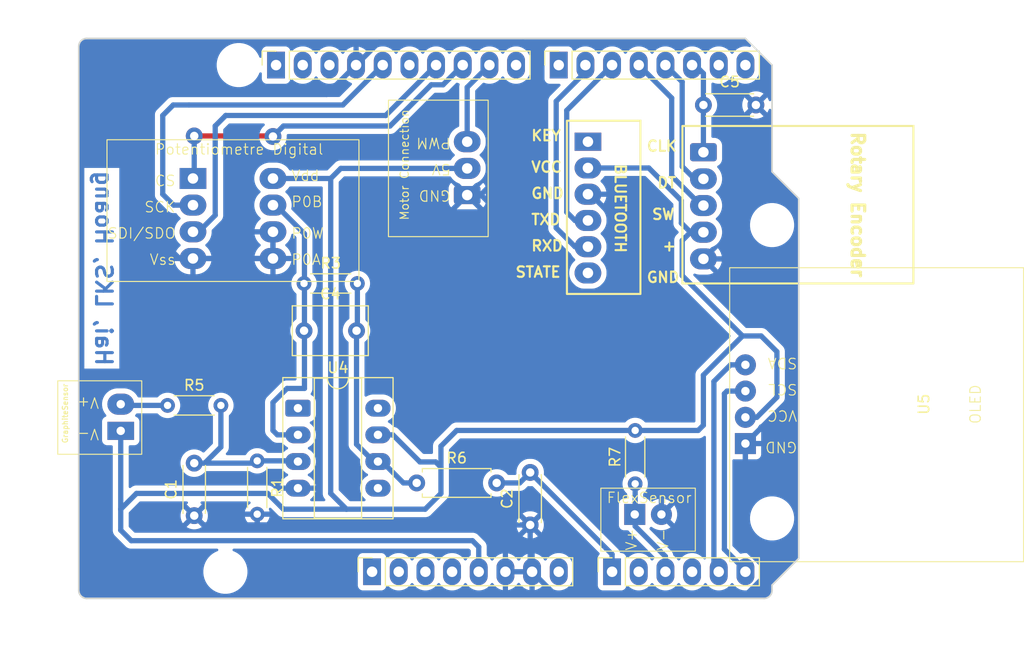
<source format=kicad_pcb>
(kicad_pcb (version 20241229) (generator "pcbnew") (generator_version "9.0")
  (title_block (date "mar. 31 mars 2015"))
  (layers (0 "F.Cu" signal) (2 "B.Cu" signal) (13 "F.Paste" user) (15 "B.Paste" user) (5 "F.SilkS" user "F.Silkscreen") (7 "B.SilkS" user "B.Silkscreen") (1 "F.Mask" user) (3 "B.Mask" user) (25 "Edge.Cuts" user))
  (net 0 "")
  (net 1 "GND")
  (net 3 "+5V")
  (net 4 "/IOREF")
  (net 5 "Net-(U4-+IN)")
  (net 6 "/A1")
  (net 7 "A0")
  (net 8 "Net-(U4--IN)")
  (net 9 "11")
  (net 10 "A5")
  (net 11 "/AREF")
  (net 12 "12")
  (net 13 "13")
  (net 14 "10")
  (net 15 "A4")
  (net 16 "8")
  (net 17 "9")
  (net 18 "/A3")
  (net 19 "7")
  (net 20 "/TX{slash}1")
  (net 21 "3")
  (net 22 "/RX{slash}0")
  (net 23 "+3V3")
  (net 24 "VCC")
  (net 25 "/~{RESET}")
  (net 26 "6")
  (net 27 "4")
  (net 28 "5")
  (net 29 "Net-(U3--)")
  (net 30 "Net-(U4-OUT)")
  (net 36 "A2")
  (net 37 "2")
  (footprint "Connector_PinSocket_2.54mm:PinSocket_1x08_P2.54mm_Vertical" (layer "F.Cu") (at 127.94 97.46 90)
    (property "Reference" "J1" (hide yes))
    (property "Value" "Power")
    (fp_line (start 1.33 -1.33) (end 1.33 0) (stroke (width 0.12)) (layer "F.SilkS"))
    (fp_line (start 0 -1.33) (end 1.33 -1.33) (stroke (width 0.12)) (layer "F.SilkS"))
    (fp_line (start 1.33 1.27) (end 1.33 19.11) (stroke (width 0.12)) (layer "F.SilkS"))
    (fp_line (start -1.33 1.27) (end 1.33 1.27) (stroke (width 0.12)) (layer "F.SilkS"))
    (fp_line (start -1.33 1.27) (end -1.33 19.11) (stroke (width 0.12)) (layer "F.SilkS"))
    (fp_line (start -1.33 19.11) (end 1.33 19.11) (stroke (width 0.12)) (layer "F.SilkS"))
    (pad "1" thru_hole rect (at 0 0 90) (size 2.54 1.7) (drill 1) (layers "*.Cu" "*.Mask"))
    (pad "2" thru_hole oval (at 0 2.54 90) (size 2.54 1.7) (drill 1) (layers "*.Cu" "*.Mask") (net 4 "/IOREF"))
    (pad "3" thru_hole oval (at 0 5.08 90) (size 2.54 1.7) (drill 1) (layers "*.Cu" "*.Mask") (net 25 "/~{RESET}"))
    (pad "4" thru_hole oval (at 0 7.62 90) (size 2.54 1.7) (drill 1) (layers "*.Cu" "*.Mask") (net 23 "+3V3"))
    (pad "5" thru_hole oval (at 0 10.16 90) (size 2.54 1.7) (drill 1) (layers "*.Cu" "*.Mask") (net 3 "+5V"))
    (pad "6" thru_hole oval (at 0 12.7 90) (size 2.54 1.7) (drill 1) (layers "*.Cu" "*.Mask") (net 1 "GND"))
    (pad "7" thru_hole oval (at 0 15.24 90) (size 2.54 1.7) (drill 1) (layers "*.Cu" "*.Mask") (net 1 "GND"))
    (pad "8" thru_hole oval (at 0 17.78 90) (size 2.54 1.7) (drill 1) (layers "*.Cu" "*.Mask") (net 24 "VCC"))
  )
  (footprint "Connector_PinSocket_2.54mm:PinSocket_1x06_P2.54mm_Vertical" (layer "F.Cu") (at 150.8 97.46 90)
    (property "Reference" "J3" (hide yes))
    (property "Value" "Analog")
    (fp_line (start 1.33 -1.33) (end 1.33 0) (stroke (width 0.12)) (layer "F.SilkS"))
    (fp_line (start 0 -1.33) (end 1.33 -1.33) (stroke (width 0.12)) (layer "F.SilkS"))
    (fp_line (start 1.33 1.27) (end 1.33 14.03) (stroke (width 0.12)) (layer "F.SilkS"))
    (fp_line (start -1.33 1.27) (end 1.33 1.27) (stroke (width 0.12)) (layer "F.SilkS"))
    (fp_line (start -1.33 1.27) (end -1.33 14.03) (stroke (width 0.12)) (layer "F.SilkS"))
    (fp_line (start -1.33 14.03) (end 1.33 14.03) (stroke (width 0.12)) (layer "F.SilkS"))
    (pad "1" thru_hole rect (at 0 0 90) (size 2.54 1.7) (drill 1) (layers "*.Cu" "*.Mask") (net 7 "A0"))
    (pad "2" thru_hole oval (at 0 2.54 90) (size 2.54 1.7) (drill 1) (layers "*.Cu" "*.Mask") (net 6 "/A1"))
    (pad "3" thru_hole oval (at 0 5.08 90) (size 2.54 1.7) (drill 1) (layers "*.Cu" "*.Mask") (net 36 "A2"))
    (pad "4" thru_hole oval (at 0 7.62 90) (size 2.54 1.7) (drill 1) (layers "*.Cu" "*.Mask") (net 18 "/A3"))
    (pad "5" thru_hole oval (at 0 10.16 90) (size 2.54 1.7) (drill 1) (layers "*.Cu" "*.Mask") (net 15 "A4"))
    (pad "6" thru_hole oval (at 0 12.7 90) (size 2.54 1.7) (drill 1) (layers "*.Cu" "*.Mask") (net 10 "A5"))
  )
  (footprint "Connector_PinSocket_2.54mm:PinSocket_1x10_P2.54mm_Vertical" (layer "F.Cu") (at 118.796 49.2 90)
    (property "Reference" "J2" (hide yes))
    (property "Value" "Digital/PWM")
    (fp_line (start 1.33 -1.33) (end 1.33 0) (stroke (width 0.12)) (layer "F.SilkS"))
    (fp_line (start 0 -1.33) (end 1.33 -1.33) (stroke (width 0.12)) (layer "F.SilkS"))
    (fp_line (start 1.33 1.27) (end 1.33 24.19) (stroke (width 0.12)) (layer "F.SilkS"))
    (fp_line (start -1.33 1.27) (end 1.33 1.27) (stroke (width 0.12)) (layer "F.SilkS"))
    (fp_line (start -1.33 1.27) (end -1.33 24.19) (stroke (width 0.12)) (layer "F.SilkS"))
    (fp_line (start -1.33 24.19) (end 1.33 24.19) (stroke (width 0.12)) (layer "F.SilkS"))
    (pad "1" thru_hole rect (at 0 0 90) (size 2.54 1.7) (drill 1) (layers "*.Cu" "*.Mask") (net 10 "A5"))
    (pad "2" thru_hole oval (at 0 2.54 90) (size 2.54 1.7) (drill 1) (layers "*.Cu" "*.Mask") (net 15 "A4"))
    (pad "3" thru_hole oval (at 0 5.08 90) (size 2.54 1.7) (drill 1) (layers "*.Cu" "*.Mask") (net 11 "/AREF"))
    (pad "4" thru_hole oval (at 0 7.62 90) (size 2.54 1.7) (drill 1) (layers "*.Cu" "*.Mask") (net 1 "GND"))
    (pad "5" thru_hole oval (at 0 10.16 90) (size 2.54 1.7) (drill 1) (layers "*.Cu" "*.Mask") (net 13 "13"))
    (pad "6" thru_hole oval (at 0 12.7 90) (size 2.54 1.7) (drill 1) (layers "*.Cu" "*.Mask") (net 12 "12"))
    (pad "7" thru_hole oval (at 0 15.24 90) (size 2.54 1.7) (drill 1) (layers "*.Cu" "*.Mask") (net 9 "11"))
    (pad "8" thru_hole oval (at 0 17.78 90) (size 2.54 1.7) (drill 1) (layers "*.Cu" "*.Mask") (net 14 "10"))
    (pad "9" thru_hole oval (at 0 20.32 90) (size 2.54 1.7) (drill 1) (layers "*.Cu" "*.Mask") (net 17 "9"))
    (pad "10" thru_hole oval (at 0 22.86 90) (size 2.54 1.7) (drill 1) (layers "*.Cu" "*.Mask") (net 16 "8"))
  )
  (footprint "Connector_PinSocket_2.54mm:PinSocket_1x08_P2.54mm_Vertical" (layer "F.Cu") (at 145.72 49.2 90)
    (property "Reference" "J4" (hide yes))
    (property "Value" "Digital/PWM")
    (fp_line (start 1.33 -1.33) (end 1.33 0) (stroke (width 0.12)) (layer "F.SilkS"))
    (fp_line (start 0 -1.33) (end 1.33 -1.33) (stroke (width 0.12)) (layer "F.SilkS"))
    (fp_line (start 1.33 1.27) (end 1.33 19.11) (stroke (width 0.12)) (layer "F.SilkS"))
    (fp_line (start -1.33 1.27) (end 1.33 1.27) (stroke (width 0.12)) (layer "F.SilkS"))
    (fp_line (start -1.33 1.27) (end -1.33 19.11) (stroke (width 0.12)) (layer "F.SilkS"))
    (fp_line (start -1.33 19.11) (end 1.33 19.11) (stroke (width 0.12)) (layer "F.SilkS"))
    (pad "1" thru_hole rect (at 0 0 90) (size 2.54 1.7) (drill 1) (layers "*.Cu" "*.Mask") (net 19 "7"))
    (pad "2" thru_hole oval (at 0 2.54 90) (size 2.54 1.7) (drill 1) (layers "*.Cu" "*.Mask") (net 26 "6"))
    (pad "3" thru_hole oval (at 0 5.08 90) (size 2.54 1.7) (drill 1) (layers "*.Cu" "*.Mask") (net 28 "5"))
    (pad "4" thru_hole oval (at 0 7.62 90) (size 2.54 1.7) (drill 1) (layers "*.Cu" "*.Mask") (net 27 "4"))
    (pad "5" thru_hole oval (at 0 10.16 90) (size 2.54 1.7) (drill 1) (layers "*.Cu" "*.Mask") (net 21 "3"))
    (pad "6" thru_hole oval (at 0 12.7 90) (size 2.54 1.7) (drill 1) (layers "*.Cu" "*.Mask") (net 37 "2"))
    (pad "7" thru_hole oval (at 0 15.24 90) (size 2.54 1.7) (drill 1) (layers "*.Cu" "*.Mask") (net 20 "/TX{slash}1"))
    (pad "8" thru_hole oval (at 0 17.78 90) (size 2.54 1.7) (drill 1) (layers "*.Cu" "*.Mask") (net 22 "/RX{slash}0"))
  )
  (footprint "Capacitor_THT:C_Disc_D4.3mm_W1.9mm_P5.00mm" (layer "F.Cu") (at 111 92.115 90)
    (property "Reference" "C1" (at 2.5 -2.2 90) (layer "F.SilkS"))
    (property "Value" "100n")
    (fp_line (start 4.77 -1.07) (end 4.77 -1.055) (stroke (width 0.12)) (layer "F.SilkS"))
    (fp_line (start 0.23 -1.07) (end 4.77 -1.07) (stroke (width 0.12)) (layer "F.SilkS"))
    (fp_line (start 0.23 -1.07) (end 0.23 -1.055) (stroke (width 0.12)) (layer "F.SilkS"))
    (fp_line (start 4.77 1.055) (end 4.77 1.07) (stroke (width 0.12)) (layer "F.SilkS"))
    (fp_line (start 0.23 1.055) (end 0.23 1.07) (stroke (width 0.12)) (layer "F.SilkS"))
    (fp_line (start 0.23 1.07) (end 4.77 1.07) (stroke (width 0.12)) (layer "F.SilkS"))
    (pad "1" thru_hole circle (at 0 0 90) (size 1.6 1.6) (drill 0.8) (layers "*.Cu" "*.Mask") (net 1 "GND"))
    (pad "2" thru_hole circle (at 5 0 90) (size 1.6 1.6) (drill 0.8) (layers "*.Cu" "*.Mask") (net 5 "Net-(U4-+IN)"))
  )
  (footprint "Projet_Capteur_Librairie_Empreintes:Empreinte_FlexSensor" (layer "F.Cu") (at 154.23 92)
    (property "Reference" "U2" (hide yes))
    (property "Value" "~" (hide yes))
    (fp_rect (start -4.5 -2.5) (end 4.5 3.5) (stroke (width 0.1)) (fill no) (layer "F.SilkS"))
    (fp_text user "FlexSensor" (at -4 -1 0) (layer "F.SilkS") (effects (font (thickness 0.1)) (justify left bottom)))
    (fp_text user "V-" (at 2 3.5 90) (layer "F.SilkS") (effects (font (thickness 0.1)) (justify left bottom)))
    (fp_text user "V+" (at -1 3.5 90) (layer "F.SilkS") (effects (font (thickness 0.1)) (justify left bottom)))
    (pad "1" thru_hole rect (at -1.27 0) (size 2 2) (drill 0.8) (layers "*.Cu" "*.Mask") (net 36 "A2"))
    (pad "2" thru_hole circle (at 1.27 0) (size 2 2) (drill 0.8) (layers "*.Cu" "*.Mask") (net 1 "GND"))
  )
  (footprint "Package_DIP:CERDIP-8_W7.62mm_SideBrazed_LongPads_Socket" (layer "F.Cu") (at 120.88 81.88)
    (property "Reference" "U4" (at 3.81 -3.855 0) (layer "F.SilkS"))
    (property "Value" "~")
    (fp_line (start 1.56 -2.855) (end 1.56 10.475) (stroke (width 0.12)) (layer "F.SilkS"))
    (fp_line (start 1.56 10.475) (end 6.06 10.475) (stroke (width 0.12)) (layer "F.SilkS"))
    (fp_line (start 2.81 -2.855) (end 1.56 -2.855) (stroke (width 0.12)) (layer "F.SilkS"))
    (fp_line (start 6.06 -2.855) (end 4.81 -2.855) (stroke (width 0.12)) (layer "F.SilkS"))
    (fp_line (start 6.06 10.475) (end 6.06 -2.855) (stroke (width 0.12)) (layer "F.SilkS"))
    (fp_rect (start -1.44 -2.915) (end 9.06 10.535) (stroke (width 0.12)) (fill no) (layer "F.SilkS"))
    (fp_arc (start 4.81 -2.855) (mid 3.81 -1.855) (end 2.81 -2.855) (stroke (width 0.12)) (layer "F.SilkS"))
    (pad "1" thru_hole roundrect (at 0 0) (size 2.4 1.6) (drill 0.8) (layers "*.Cu" "*.Mask") (roundrect_rratio 0.15625))
    (pad "2" thru_hole oval (at 0 2.54) (size 2.4 1.6) (drill 0.8) (layers "*.Cu" "*.Mask") (net 8 "Net-(U4--IN)"))
    (pad "3" thru_hole oval (at 0 5.08) (size 2.4 1.6) (drill 0.8) (layers "*.Cu" "*.Mask") (net 5 "Net-(U4-+IN)"))
    (pad "4" thru_hole oval (at 0 7.62) (size 2.4 1.6) (drill 0.8) (layers "*.Cu" "*.Mask") (net 1 "GND"))
    (pad "5" thru_hole oval (at 7.62 7.62) (size 2.4 1.6) (drill 0.8) (layers "*.Cu" "*.Mask"))
    (pad "6" thru_hole oval (at 7.62 5.08) (size 2.4 1.6) (drill 0.8) (layers "*.Cu" "*.Mask") (net 30 "Net-(U4-OUT)"))
    (pad "7" thru_hole oval (at 7.62 2.54) (size 2.4 1.6) (drill 0.8) (layers "*.Cu" "*.Mask") (net 3 "+5V"))
    (pad "8" thru_hole oval (at 7.62 0) (size 2.4 1.6) (drill 0.8) (layers "*.Cu" "*.Mask"))
  )
  (footprint "Projet_Capteur_Librairie_Empreintes:Empreinte_ConnecteurMoteur" (layer "F.Cu") (at 143 59.04 90)
    (property "Reference" "U8" (hide yes))
    (property "Value" "~" (hide yes))
    (fp_rect (start -6.5 -13.5) (end 6.5 -4) (stroke (width 0.1)) (fill no) (layer "F.SilkS"))
    (fp_text user "PWM" (at 3 -7.5 180) (layer "F.SilkS") (effects (font (thickness 0.1)) (justify left bottom)))
    (fp_text user "5V" (at 0.5 -7.5 180) (layer "F.SilkS") (effects (font (thickness 0.1)) (justify left bottom)))
    (fp_text user "Motor Connection" (at -5 -11.5 90) (layer "F.SilkS") (effects (font (size 0.8 0.8) (thickness 0.1)) (justify left bottom)))
    (fp_text user "GND" (at -2 -7.5 180) (layer "F.SilkS") (effects (font (thickness 0.1)) (justify left bottom)))
    (pad "1" thru_hole roundrect (at -2.54 -6 90) (size 1.72 2.54) (drill 1) (layers "*.Cu" "*.Mask") (roundrect_rratio 0.15) (net 1 "GND"))
    (pad "2" thru_hole oval (at 0 -6 90) (size 2 2.54) (drill 1) (layers "*.Cu" "*.Mask") (net 3 "+5V"))
    (pad "3" thru_hole oval (at 2.54 -6 90) (size 2 2.54) (drill 1) (layers "*.Cu" "*.Mask") (net 17 "9"))
  )
  (footprint "Arduino_MountingHole:MountingHole_3.2mm" (layer "F.Cu") (at 115.24 49.2)
    (property "Reference" "MH1" (hide yes))
    (property "Value" "MountingHole_3.2mm" (hide yes))
    (pad "" np_thru_hole circle (at 0 0) (size 3.2 3.2) (drill 3.2) (layers "*.Cu" "*.Mask"))
  )
  (footprint "Projet_Capteur_Librairie_Empreintes:Empreinte_OLED" (layer "F.Cu") (at 163.5 81.5 90)
    (property "Reference" "U5" (at 0 17 90) (layer "F.SilkS"))
    (property "Value" "~" (hide yes))
    (fp_rect (start -15 -1.5) (end 13 26.5) (stroke (width 0.1)) (fill no) (layer "F.SilkS"))
    (fp_text user "SCL" (at 2 5 180) (layer "F.SilkS") (effects (font (thickness 0.1)) (justify left bottom)))
    (fp_text user "VCC" (at -0.5 5 180) (layer "F.SilkS") (effects (font (thickness 0.1)) (justify left bottom)))
    (fp_text user "GND" (at -3.5 5 180) (layer "F.SilkS") (effects (font (thickness 0.1)) (justify left bottom)))
    (fp_text user "OLED" (at 0 22.5 90) (layer "F.SilkS") (effects (font (thickness 0.1)) (justify bottom)))
    (fp_text user "SDA" (at 4.5 5 180) (layer "F.SilkS") (effects (font (thickness 0.1)) (justify left bottom)))
    (pad "1" thru_hole rect (at -3.75 0 90) (size 2 2) (drill 0.8) (layers "*.Cu" "*.Mask") (net 1 "GND"))
    (pad "2" thru_hole circle (at -1.25 0 90) (size 2 2) (drill 0.8) (layers "*.Cu" "*.Mask") (net 3 "+5V"))
    (pad "3" thru_hole circle (at 1.25 0 90) (size 2 2) (drill 0.8) (layers "*.Cu" "*.Mask") (net 10 "A5"))
    (pad "4" thru_hole circle (at 3.75 0 90) (size 2 2) (drill 0.8) (layers "*.Cu" "*.Mask") (net 15 "A4"))
  )
  (footprint "Projet_Capteur_Librairie_Empreintes:Empreinte_GraphiteSensor" (layer "F.Cu") (at 104 82.77 90)
    (property "Reference" "U3" (hide yes))
    (property "Value" "~" (hide yes))
    (fp_rect (start -3.5 -6) (end 3.5 2) (stroke (width 0.1)) (fill no) (layer "F.SilkS"))
    (fp_text user "V+" (at 2 -2 180) (layer "F.SilkS") (effects (font (thickness 0.1)) (justify left bottom)))
    (fp_text user "V-" (at -1 -2 180) (layer "F.SilkS") (effects (font (thickness 0.1)) (justify left bottom)))
    (fp_text user "GraphiteSensor" (at -2.5 -5 90) (layer "F.SilkS") (effects (font (size 0.5 0.5) (thickness 0.1)) (justify left bottom)))
    (pad "1" thru_hole rect (at -1.27 0 90) (size 1.72 2.54) (drill 0.8) (layers "*.Cu" "*.Mask") (net 3 "+5V"))
    (pad "2" thru_hole oval (at 1.27 0 90) (size 2 2.54) (drill 0.8) (layers "*.Cu" "*.Mask") (net 29 "Net-(U3--)"))
  )
  (footprint "Projet_Capteur_Librairie_Empreintes:Empreinte_Bluetooth" (layer "F.Cu") (at 148.5 56.5 -90)
    (property "Reference" "U1" (hide yes))
    (property "Value" "~" (hide yes))
    (fp_rect (start -2 -5) (end 14.5 2) (stroke (width 0.2)) (fill no) (layer "F.SilkS"))
    (fp_text user "GND" (at 5.5 5.5 0) (layer "F.SilkS") (effects (font (thickness 0.2) (bold yes)) (justify left bottom)))
    (fp_text user "BLUETOOTH" (at 2 -2.5 270) (layer "F.SilkS") (effects (font (thickness 0.2) (bold yes)) (justify left bottom)))
    (fp_text user "VCC" (at 3 5.5 0) (layer "F.SilkS") (effects (font (thickness 0.2) (bold yes)) (justify left bottom)))
    (fp_text user "STATE" (at 13 7 0) (layer "F.SilkS") (effects (font (thickness 0.2) (bold yes)) (justify left bottom)))
    (fp_text user "TXD" (at 8 5.5 0) (layer "F.SilkS") (effects (font (thickness 0.2) (bold yes)) (justify left bottom)))
    (fp_text user "KEY" (at 0 5.5 0) (layer "F.SilkS") (effects (font (thickness 0.2)) (justify left bottom)))
    (fp_text user "RXD" (at 10.5 5.5 0) (layer "F.SilkS") (effects (font (thickness 0.2) (bold yes)) (justify left bottom)))
    (pad "1" thru_hole rect (at 0 0 270) (size 1.72 2.54) (drill 1) (layers "*.Cu" "*.Mask"))
    (pad "2" thru_hole oval (at 2.5 0 270) (size 2 2.54) (drill 1) (layers "*.Cu" "*.Mask") (net 3 "+5V"))
    (pad "3" thru_hole oval (at 5 0 270) (size 2 2.54) (drill 1) (layers "*.Cu" "*.Mask") (net 1 "GND"))
    (pad "4" thru_hole oval (at 7.5 0 270) (size 2 2.54) (drill 1) (layers "*.Cu" "*.Mask") (net 28 "5"))
    (pad "5" thru_hole oval (at 10 0 270) (size 2 2.54) (drill 1) (layers "*.Cu" "*.Mask") (net 26 "6"))
    (pad "6" thru_hole oval (at 12.5 0 90) (size 2 2.54) (drill 1) (layers "*.Cu" "*.Mask"))
  )
  (footprint "Projet_Capteur_Librairie_Empreintes:Empreinte_Rotary_Encoder" (layer "F.Cu") (at 159.5 57.5 -90)
    (property "Reference" "U7" (hide yes))
    (property "Value" "~" (hide yes))
    (fp_rect (start -2.5 -20) (end 12.5 2) (stroke (width 0.2)) (fill no) (layer "F.SilkS"))
    (fp_text user "GND" (at 12.5 5.5 0) (layer "F.SilkS") (effects (font (thickness 0.2) (bold yes)) (justify left bottom)))
    (fp_text user "DT" (at 3.5 4.5 0) (layer "F.SilkS") (effects (font (thickness 0.2) (bold yes)) (justify left bottom)))
    (fp_text user "+" (at 9.5 4 0) (layer "F.SilkS") (effects (font (thickness 0.2) (bold yes)) (justify left bottom)))
    (fp_text user "SW" (at 6.5 5 0) (layer "F.SilkS") (effects (font (thickness 0.2) (bold yes)) (justify left bottom)))
    (fp_text user "CLK" (at 0 5.5 0) (layer "F.SilkS") (effects (font (thickness 0.2) (bold yes)) (justify left bottom)))
    (fp_text user "Rotary Encoder" (at 5 -14 270) (layer "F.SilkS") (effects (font (size 1.2 1.2) (thickness 0.3) (bold yes)) (justify bottom)))
    (pad "1" thru_hole roundrect (at 0 0 270) (size 1.72 2.54) (drill 1) (layers "*.Cu" "*.Mask") (roundrect_rratio 0.15) (net 37 "2"))
    (pad "2" thru_hole oval (at 2.54 0 270) (size 2 2.54) (drill 1) (layers "*.Cu" "*.Mask") (net 21 "3"))
    (pad "3" thru_hole oval (at 5.08 0 270) (size 2 2.54) (drill 1) (layers "*.Cu" "*.Mask") (net 27 "4"))
    (pad "4" thru_hole oval (at 7.62 0 270) (size 2 2.54) (drill 1) (layers "*.Cu" "*.Mask") (net 3 "+5V"))
    (pad "5" thru_hole oval (at 10.16 0 270) (size 2 2.54) (drill 1) (layers "*.Cu" "*.Mask") (net 1 "GND"))
  )
  (footprint "Resistor_THT:R_Axial_DIN0204_L3.6mm_D1.6mm_P5.08mm_Horizontal" (layer "F.Cu") (at 108.46 81.615)
    (property "Reference" "R5" (at 2.54 -1.92 0) (layer "F.SilkS"))
    (property "Value" "10k")
    (fp_line (start 0.62 -0.92) (end 4.46 -0.92) (stroke (width 0.12)) (layer "F.SilkS"))
    (fp_line (start 0.62 0.92) (end 4.46 0.92) (stroke (width 0.12)) (layer "F.SilkS"))
    (pad "1" thru_hole circle (at 0 0) (size 1.4 1.4) (drill 0.7) (layers "*.Cu" "*.Mask") (net 29 "Net-(U3--)"))
    (pad "2" thru_hole oval (at 5.08 0) (size 1.4 1.4) (drill 0.7) (layers "*.Cu" "*.Mask") (net 5 "Net-(U4-+IN)"))
  )
  (footprint "Resistor_THT:R_Axial_DIN0204_L3.6mm_D1.6mm_P5.08mm_Horizontal" (layer "F.Cu") (at 153 89.08 90)
    (property "Reference" "R7" (at 2.54 -1.92 90) (layer "F.SilkS"))
    (property "Value" "1k")
    (fp_line (start 0.62 -0.92) (end 4.46 -0.92) (stroke (width 0.12)) (layer "F.SilkS"))
    (fp_line (start 0.62 0.92) (end 4.46 0.92) (stroke (width 0.12)) (layer "F.SilkS"))
    (pad "1" thru_hole circle (at 0 0 90) (size 1.4 1.4) (drill 0.7) (layers "*.Cu" "*.Mask") (net 36 "A2"))
    (pad "2" thru_hole oval (at 5.08 0 90) (size 1.4 1.4) (drill 0.7) (layers "*.Cu" "*.Mask") (net 3 "+5V"))
  )
  (footprint "Resistor_THT:R_Axial_DIN0207_L6.3mm_D2.5mm_P7.62mm_Horizontal" (layer "F.Cu") (at 132.19 89)
    (property "Reference" "R6" (at 3.81 -2.37 0) (layer "F.SilkS"))
    (property "Value" "1k")
    (fp_line (start 0.54 -1.37) (end 7.08 -1.37) (stroke (width 0.12)) (layer "F.SilkS"))
    (fp_line (start 0.54 -1.04) (end 0.54 -1.37) (stroke (width 0.12)) (layer "F.SilkS"))
    (fp_line (start 0.54 1.04) (end 0.54 1.37) (stroke (width 0.12)) (layer "F.SilkS"))
    (fp_line (start 0.54 1.37) (end 7.08 1.37) (stroke (width 0.12)) (layer "F.SilkS"))
    (fp_line (start 7.08 -1.37) (end 7.08 -1.04) (stroke (width 0.12)) (layer "F.SilkS"))
    (fp_line (start 7.08 1.37) (end 7.08 1.04) (stroke (width 0.12)) (layer "F.SilkS"))
    (pad "1" thru_hole circle (at 0 0) (size 1.6 1.6) (drill 0.8) (layers "*.Cu" "*.Mask") (net 30 "Net-(U4-OUT)"))
    (pad "2" thru_hole oval (at 7.62 0) (size 1.6 1.6) (drill 0.8) (layers "*.Cu" "*.Mask") (net 7 "A0"))
  )
  (footprint "Capacitor_THT:C_Disc_D4.3mm_W1.9mm_P5.00mm" (layer "F.Cu") (at 143 93 90)
    (property "Reference" "C2" (at 2.5 -2.2 90) (layer "F.SilkS"))
    (property "Value" "100n")
    (fp_line (start 4.77 -1.07) (end 4.77 -1.055) (stroke (width 0.12)) (layer "F.SilkS"))
    (fp_line (start 0.23 -1.07) (end 4.77 -1.07) (stroke (width 0.12)) (layer "F.SilkS"))
    (fp_line (start 0.23 -1.07) (end 0.23 -1.055) (stroke (width 0.12)) (layer "F.SilkS"))
    (fp_line (start 4.77 1.055) (end 4.77 1.07) (stroke (width 0.12)) (layer "F.SilkS"))
    (fp_line (start 0.23 1.055) (end 0.23 1.07) (stroke (width 0.12)) (layer "F.SilkS"))
    (fp_line (start 0.23 1.07) (end 4.77 1.07) (stroke (width 0.12)) (layer "F.SilkS"))
    (pad "1" thru_hole circle (at 0 0 90) (size 1.6 1.6) (drill 0.8) (layers "*.Cu" "*.Mask") (net 1 "GND"))
    (pad "2" thru_hole circle (at 5 0 90) (size 1.6 1.6) (drill 0.8) (layers "*.Cu" "*.Mask") (net 7 "A0"))
  )
  (footprint "Capacitor_THT:C_Rect_L7.0mm_W4.5mm_P5.00mm" (layer "F.Cu") (at 121.46 74.5)
    (property "Reference" "C4" (at 2.5 -3.5 0) (layer "F.SilkS"))
    (property "Value" "1u")
    (fp_line (start -1.12 -2.37) (end -1.12 2.37) (stroke (width 0.12)) (layer "F.SilkS"))
    (fp_line (start -1.12 -2.37) (end 6.12 -2.37) (stroke (width 0.12)) (layer "F.SilkS"))
    (fp_line (start -1.12 2.37) (end 6.12 2.37) (stroke (width 0.12)) (layer "F.SilkS"))
    (fp_line (start 6.12 -2.37) (end 6.12 2.37) (stroke (width 0.12)) (layer "F.SilkS"))
    (pad "1" thru_hole circle (at 0 0) (size 1.6 1.6) (drill 0.8) (layers "*.Cu" "*.Mask") (net 8 "Net-(U4--IN)"))
    (pad "2" thru_hole circle (at 5 0) (size 1.6 1.6) (drill 0.8) (layers "*.Cu" "*.Mask") (net 30 "Net-(U4-OUT)"))
  )
  (footprint "Projet_Capteur_Librairie_Empreintes:Empreinte_PotentiometreDigital" (layer "F.Cu") (at 114.69 63.81)
    (property "Reference" "U6" (hide yes))
    (property "Value" "~" (hide yes))
    (fp_rect (start -12 -7.5) (end 12 6) (stroke (width 0.1)) (fill no) (layer "F.SilkS"))
    (fp_text user "SCK" (at -8.5 -0.5 0) (layer "F.SilkS") (effects (font (thickness 0.1)) (justify left bottom)))
    (fp_text user "P0W" (at 5.5 2 0) (layer "F.SilkS") (effects (font (thickness 0.1)) (justify left bottom)))
    (fp_text user "SDI/SDO" (at -12 2 0) (layer "F.SilkS") (effects (font (thickness 0.1)) (justify left bottom)))
    (fp_text user "P0B" (at 5.5 -1 0) (layer "F.SilkS") (effects (font (thickness 0.1)) (justify left bottom)))
    (fp_text user "Vdd" (at 5.5 -3.5 0) (layer "F.SilkS") (effects (font (thickness 0.1)) (justify left bottom)))
    (fp_text user "Vss" (at -8 4.5 0) (layer "F.SilkS") (effects (font (thickness 0.1)) (justify left bottom)))
    (fp_text user "Potentiometre Digital" (at -7.5 -6 0) (layer "F.SilkS") (effects (font (thickness 0.1)) (justify left bottom)))
    (fp_text user "P0A" (at 5.5 4.5 0) (layer "F.SilkS") (effects (font (thickness 0.1)) (justify left bottom)))
    (fp_text user "CS" (at -7.5 -3 0) (layer "F.SilkS") (effects (font (thickness 0.1)) (justify left bottom)))
    (pad "1" thru_hole rect (at -3.81 -3.81) (size 2.54 2) (drill 1) (layers "*.Cu" "*.Mask") (net 14 "10"))
    (pad "2" thru_hole oval (at -3.81 -1.27) (size 2.54 2) (drill 1) (layers "*.Cu" "*.Mask") (net 13 "13"))
    (pad "3" thru_hole oval (at -3.81 1.27) (size 2.54 2) (drill 1) (layers "*.Cu" "*.Mask") (net 9 "11"))
    (pad "4" thru_hole oval (at -3.81 3.81) (size 2.54 2) (drill 1) (layers "*.Cu" "*.Mask") (net 1 "GND"))
    (pad "5" thru_hole oval (at 3.81 3.81) (size 2.54 2) (drill 1) (layers "*.Cu" "*.Mask") (net 1 "GND"))
    (pad "6" thru_hole oval (at 3.81 1.27) (size 2.54 2) (drill 1) (layers "*.Cu" "*.Mask") (net 1 "GND"))
    (pad "7" thru_hole oval (at 3.81 -1.27) (size 2.54 2) (drill 1) (layers "*.Cu" "*.Mask") (net 8 "Net-(U4--IN)"))
    (pad "8" thru_hole oval (at 3.81 -3.81) (size 2.54 2) (drill 1) (layers "*.Cu" "*.Mask") (net 3 "+5V"))
  )
  (footprint "Capacitor_THT:C_Disc_D4.3mm_W1.9mm_P5.00mm" (layer "F.Cu") (at 159.5 53)
    (property "Reference" "C5" (at 2.5 -2.2 0) (layer "F.SilkS"))
    (property "Value" "100n")
    (fp_line (start 0.23 -1.07) (end 0.23 -1.055) (stroke (width 0.12)) (layer "F.SilkS"))
    (fp_line (start 0.23 -1.07) (end 4.77 -1.07) (stroke (width 0.12)) (layer "F.SilkS"))
    (fp_line (start 0.23 1.055) (end 0.23 1.07) (stroke (width 0.12)) (layer "F.SilkS"))
    (fp_line (start 0.23 1.07) (end 4.77 1.07) (stroke (width 0.12)) (layer "F.SilkS"))
    (fp_line (start 4.77 -1.07) (end 4.77 -1.055) (stroke (width 0.12)) (layer "F.SilkS"))
    (fp_line (start 4.77 1.055) (end 4.77 1.07) (stroke (width 0.12)) (layer "F.SilkS"))
    (pad "1" thru_hole circle (at 0 0) (size 1.6 1.6) (drill 0.8) (layers "*.Cu" "*.Mask") (net 37 "2"))
    (pad "2" thru_hole circle (at 5 0) (size 1.6 1.6) (drill 0.8) (layers "*.Cu" "*.Mask") (net 1 "GND"))
  )
  (footprint "Arduino_MountingHole:MountingHole_3.2mm" (layer "F.Cu") (at 113.97 97.46)
    (property "Reference" "MH2" (hide yes))
    (property "Value" "MountingHole_3.2mm" (hide yes))
    (pad "" np_thru_hole circle (at 0 0) (size 3.2 3.2) (drill 3.2) (layers "*.Cu" "*.Mask"))
  )
  (footprint "Arduino_MountingHole:MountingHole_3.2mm" (layer "F.Cu") (at 166.04 64.44)
    (property "Reference" "MH3" (hide yes))
    (property "Value" "MountingHole_3.2mm" (hide yes))
    (pad "" np_thru_hole circle (at 0 0) (size 3.2 3.2) (drill 3.2) (layers "*.Cu" "*.Mask"))
  )
  (footprint "Resistor_THT:R_Axial_DIN0204_L3.6mm_D1.6mm_P5.08mm_Horizontal" (layer "F.Cu") (at 121.46 70)
    (property "Reference" "R3" (at 2.54 -1.92 0) (layer "F.SilkS"))
    (property "Value" "100k")
    (fp_line (start 0.62 -0.92) (end 4.46 -0.92) (stroke (width 0.12)) (layer "F.SilkS"))
    (fp_line (start 0.62 0.92) (end 4.46 0.92) (stroke (width 0.12)) (layer "F.SilkS"))
    (pad "1" thru_hole circle (at 0 0) (size 1.4 1.4) (drill 0.7) (layers "*.Cu" "*.Mask") (net 8 "Net-(U4--IN)"))
    (pad "2" thru_hole oval (at 5.08 0) (size 1.4 1.4) (drill 0.7) (layers "*.Cu" "*.Mask") (net 30 "Net-(U4-OUT)"))
  )
  (footprint "Arduino_MountingHole:MountingHole_3.2mm" (layer "F.Cu") (at 166.04 92.38)
    (property "Reference" "MH4" (hide yes))
    (property "Value" "MountingHole_3.2mm" (hide yes))
    (pad "" np_thru_hole circle (at 0 0) (size 3.2 3.2) (drill 3.2) (layers "*.Cu" "*.Mask"))
  )
  (footprint "Resistor_THT:R_Axial_DIN0204_L3.6mm_D1.6mm_P5.08mm_Horizontal" (layer "F.Cu") (at 117 86.895 -90)
    (property "Reference" "R1" (at 2.54 -1.92 270) (layer "F.SilkS"))
    (property "Value" "100k")
    (fp_line (start 0.62 0.92) (end 4.46 0.92) (stroke (width 0.12)) (layer "F.SilkS"))
    (fp_line (start 0.62 -0.92) (end 4.46 -0.92) (stroke (width 0.12)) (layer "F.SilkS"))
    (pad "1" thru_hole circle (at 0 0 270) (size 1.4 1.4) (drill 0.7) (layers "*.Cu" "*.Mask") (net 5 "Net-(U4-+IN)"))
    (pad "2" thru_hole oval (at 5.08 0 270) (size 1.4 1.4) (drill 0.7) (layers "*.Cu" "*.Mask") (net 1 "GND"))
  )
  (gr_line (start 166.04 59.36) (end 168.58 61.9) (stroke (width 0.15)) (layer "Edge.Cuts"))
  (gr_line (start 100 99.238) (end 100 47.422) (stroke (width 0.15)) (layer "Edge.Cuts"))
  (gr_line (start 168.58 61.9) (end 168.58 96.19) (stroke (width 0.15)) (layer "Edge.Cuts"))
  (gr_line (start 165.278 100) (end 100.762 100) (stroke (width 0.15)) (layer "Edge.Cuts"))
  (gr_line (start 100.762 46.66) (end 163.5 46.66) (stroke (width 0.15)) (layer "Edge.Cuts"))
  (gr_arc (start 100.762 100) (mid 100.223185 99.776815) (end 100 99.238) (stroke (width 0.15)) (layer "Edge.Cuts"))
  (gr_line (start 168.58 96.19) (end 166.04 98.73) (stroke (width 0.15)) (layer "Edge.Cuts"))
  (gr_line (start 163.5 46.66) (end 166.04 49.2) (stroke (width 0.15)) (layer "Edge.Cuts"))
  (gr_arc (start 166.04 99.238) (mid 165.816815 99.776815) (end 165.278 100) (stroke (width 0.15)) (layer "Edge.Cuts"))
  (gr_line (start 166.04 49.2) (end 166.04 59.36) (stroke (width 0.15)) (layer "Edge.Cuts"))
  (gr_line (start 166.04 98.73) (end 166.04 99.238) (stroke (width 0.15)) (layer "Edge.Cuts"))
  (gr_arc (start 100 47.422) (mid 100.223185 46.883185) (end 100.762 46.66) (stroke (width 0.15)) (layer "Edge.Cuts"))
  (gr_text "Hai, LKS, Hoang" (at 101.5 78 270) (layer "B.Cu") (effects (font (size 1.5 1.5) (thickness 0.3) (bold yes)) (justify left bottom mirror)))
  (segment (start 150.521 63.274712) (end 150.521 69.725288) (width 0.5) (layer "B.Cu") (net 1))
  (segment (start 149.495288 70.751) (end 147.504712 70.751) (width 0.5) (layer "B.Cu") (net 1))
  (segment (start 147.504712 70.751) (end 138.333712 61.58) (width 0.5) (layer "B.Cu") (net 1))
  (segment (start 148.746288 61.5) (end 150.521 63.274712) (width 0.5) (layer "B.Cu") (net 1))
  (segment (start 118.5 65.08) (end 118.5 67.62) (width 0.5) (layer "B.Cu") (net 1))
  (segment (start 118.5 67.62) (end 110.88 67.62) (width 0.5) (layer "B.Cu") (net 1))
  (segment (start 168 71) (end 164.66 67.66) (width 0.5) (layer "B.Cu") (net 1))
  (segment (start 109.584288 67.62) (end 107 65.035712) (width 0.5) (layer "B.Cu") (net 1))
  (segment (start 143 93) (end 143 97.28) (width 0.5) (layer "B.Cu") (net 1))
  (segment (start 107 65.035712) (end 107 53) (width 0.5) (layer "B.Cu") (net 1))
  (segment (start 139 93) (end 117 93) (width 0.5) (layer "B.Cu") (net 1))
  (segment (start 155.5 88.5) (end 153.449 86.449) (width 0.5) (layer "B.Cu") (net 1))
  (segment (start 145.22 99.5) (end 163.724156 99.5) (width 0.5) (layer "B.Cu") (net 1))
  (segment (start 143.257 47.896922) (end 142.360078 47) (width 0.5) (layer "B.Cu") (net 1))
  (segment (start 128.616 47) (end 126.416 49.2) (width 0.5) (layer "B.Cu") (net 1))
  (segment (start 165.101 96.796844) (end 163.5 95.195844) (width 0.5) (layer "B.Cu") (net 1))
  (segment (start 153.449 86.449) (end 139.051 86.449) (width 0.5) (layer "B.Cu") (net 1))
  (segment (start 139 52) (end 139.5 51.5) (width 0.5) (layer "B.Cu") (net 1))
  (segment (start 163.724156 99.5) (end 165.101 98.123156) (width 0.5) (layer "B.Cu") (net 1))
  (segment (start 159.5 67.66) (end 164.66 67.66) (width 0.5) (layer "B.Cu") (net 1))
  (segment (start 139.051 86.449) (end 137.5 88) (width 0.5) (layer "B.Cu") (net 1))
  (segment (start 137.5 88) (end 137.5 91.5) (width 0.5) (layer "B.Cu") (net 1))
  (segment (start 155.5 92) (end 155.5 88.5) (width 0.5) (layer "B.Cu") (net 1))
  (segment (start 155.88 92.12) (end 156 92) (width 0.5) (layer "B.Cu") (net 1))
  (segment (start 163.689 53.811) (end 163.689 66.689) (width 0.5) (layer "B.Cu") (net 1))
  (segment (start 143 93) (end 139 93) (width 0.5) (layer "B.Cu") (net 1))
  (segment (start 139.021 52.021) (end 139 52) (width 0.5) (layer "B.Cu") (net 1))
  (segment (start 148.5 61.5) (end 148.746288 61.5) (width 0.5) (layer "B.Cu") (net 1))
  (segment (start 107 53) (end 108 52) (width 0.5) (layer "B.Cu") (net 1))
  (segment (start 111.885 93) (end 111 92.115) (width 0.5) (layer "B.Cu") (net 1))
  (segment (start 139.021 60.829) (end 139.021 52.021) (width 0.5) (layer "B.Cu") (net 1))
  (segment (start 164.5 53) (end 165 53) (width 0.5) (layer "B.Cu") (net 1))
  (segment (start 117 91.975) (end 117 93) (width 0.5) (layer "B.Cu") (net 1))
  (segment (start 138.27 61.58) (end 139.021 60.829) (width 0.5) (layer "B.Cu") (net 1))
  (segment (start 150.521 69.725288) (end 149.495288 70.751) (width 0.5) (layer "B.Cu") (net 1))
  (segment (start 163.689 66.689) (end 164.66 67.66) (width 0.5) (layer "B.Cu") (net 1))
  (segment (start 163.5 85.25) (end 168 80.75) (width 0.5) (layer "B.Cu") (net 1))
  (segment (start 143.257 50.648039) (end 143.257 47.896922) (width 0.5) (layer "B.Cu") (net 1))
  (segment (start 143 97.28) (end 143.18 97.46) (width 0.5) (layer "B.Cu") (net 1))
  (segment (start 168 80.75) (end 168 71) (width 0.5) (layer "B.Cu") (net 1))
  (segment (start 143.18 97.46) (end 145.22 99.5) (width 0.5) (layer "B.Cu") (net 1))
  (segment (start 165.101 98.123156) (end 165.101 96.796844) (width 0.5) (layer "B.Cu") (net 1))
  (segment (start 137 61.58) (end 138.27 61.58) (width 0.5) (layer "B.Cu") (net 1))
  (segment (start 139.5 51.5) (end 142.405039 51.5) (width 0.5) (layer "B.Cu") (net 1))
  (segment (start 123.616 52) (end 126.416 49.2) (width 0.5) (layer "B.Cu") (net 1))
  (segment (start 163.5 95.195844) (end 163.5 85.25) (width 0.5) (layer "B.Cu") (net 1))
  (segment (start 164.5 53) (end 163.689 53.811) (width 0.5) (layer "B.Cu") (net 1))
  (segment (start 117 93) (end 111.885 93) (width 0.5) (layer "B.Cu") (net 1))
  (segment (start 110.88 67.62) (end 109.584288 67.62) (width 0.5) (layer "B.Cu") (net 1))
  (segment (start 138.333712 61.58) (end 137 61.58) (width 0.5) (layer "B.Cu") (net 1))
  (segment (start 108 52) (end 123.616 52) (width 0.5) (layer "B.Cu") (net 1))
  (segment (start 137.5 91.5) (end 139 93) (width 0.5) (layer "B.Cu") (net 1))
  (segment (start 142.360078 47) (end 128.616 47) (width 0.5) (layer "B.Cu") (net 1))
  (segment (start 142.405039 51.5) (end 143.257 50.648039) (width 0.5) (layer "B.Cu") (net 1))
  (segment (start 165 75) (end 163.226288 75) (width 0.5) (layer "B.Cu") (net 3))
  (segment (start 166.5 76.5) (end 165 75) (width 0.5) (layer "B.Cu") (net 3))
  (segment (start 134.5 87.5) (end 134.5 85.5) (width 0.5) (layer "B.Cu") (net 3))
  (segment (start 157.479 65.911) (end 158.27 65.12) (width 0.5) (layer "B.Cu") (net 3))
  (segment (start 136 84) (end 153 84) (width 0.5) (layer "B.Cu") (net 3))
  (segment (start 138.1 97.46) (end 138.04 97.46) (width 0.5) (layer "B.Cu") (net 3))
  (segment (start 159.5 65.12) (end 158.27 65.12) (width 0.5) (layer "B.Cu") (net 3))
  (segment (start 105.5 90) (end 118 90) (width 0.5) (layer "B.Cu") (net 3))
  (segment (start 119.5 91.5) (end 125.5 91.5) (width 0.5) (layer "B.Cu") (net 3))
  (segment (start 159.498 78.728288) (end 163.226288 75) (width 0.5) (layer "B.Cu") (net 3))
  (segment (start 164.584372 82.75) (end 166.5 80.834372) (width 0.5) (layer "B.Cu") (net 3))
  (segment (start 129.92 84.42) (end 128.5 84.42) (width 0.5) (layer "B.Cu") (net 3))
  (segment (start 124.96 59.04) (end 124 60) (width 0.5) (layer "B.Cu") (net 3))
  (segment (start 134 87) (end 134.5 87.5) (width 0.5) (layer "B.Cu") (net 3))
  (segment (start 118 90) (end 119.5 91.5) (width 0.5) (layer "B.Cu") (net 3))
  (segment (start 133 91.5) (end 134.5 90) (width 0.5) (layer "B.Cu") (net 3))
  (segment (start 105 94.5) (end 104 93.5) (width 0.5) (layer "B.Cu") (net 3))
  (segment (start 104 93.5) (end 104 91.5) (width 0.5) (layer "B.Cu") (net 3))
  (segment (start 157.399042 62.100958) (end 154.298084 59) (width 0.5) (layer "B.Cu") (net 3))
  (segment (start 153 84) (end 159 84) (width 0.5) (layer "B.Cu") (net 3))
  (segment (start 124 90) (end 124 60) (width 0.5) (layer "B.Cu") (net 3))
  (segment (start 138.1 95.1) (end 137.5 94.5) (width 0.5) (layer "B.Cu") (net 3))
  (segment (start 159.5 65.12) (end 160.12 65.12) (width 0.5) (layer "B.Cu") (net 3))
  (segment (start 134.5 85.5) (end 136 84) (width 0.5) (layer "B.Cu") (net 3))
  (segment (start 124 60) (end 118.5 60) (width 0.5) (layer "B.Cu") (net 3))
  (segment (start 157.479 69.252712) (end 157.479 65.911) (width 0.5) (layer "B.Cu") (net 3))
  (segment (start 159 84) (end 159.498 83.502) (width 0.5) (layer "B.Cu") (net 3))
  (segment (start 137.5 94.5) (end 105 94.5) (width 0.5) (layer "B.Cu") (net 3))
  (segment (start 163.5 82.75) (end 164.584372 82.75) (width 0.5) (layer "B.Cu") (net 3))
  (segment (start 163.226288 75) (end 157.479 69.252712) (width 0.5) (layer "B.Cu") (net 3))
  (segment (start 137 59.04) (end 124.96 59.04) (width 0.5) (layer "B.Cu") (net 3))
  (segment (start 134.5 90) (end 134.5 87.5) (width 0.5) (layer "B.Cu") (net 3))
  (segment (start 104 91.5) (end 104 84.04) (width 0.5) (layer "B.Cu") (net 3))
  (segment (start 104 91.5) (end 105.5 90) (width 0.5) (layer "B.Cu") (net 3))
  (segment (start 154.298084 59) (end 148.5 59) (width 0.5) (layer "B.Cu") (net 3))
  (segment (start 157.399042 64.249042) (end 157.399042 62.100958) (width 0.5) (layer "B.Cu") (net 3))
  (segment (start 159.498 83.502) (end 159.498 78.728288) (width 0.5) (layer "B.Cu") (net 3))
  (segment (start 132.5 87) (end 134 87) (width 0.5) (layer "B.Cu") (net 3))
  (segment (start 138.04 97.46) (end 138 97.5) (width 0.5) (layer "B.Cu") (net 3))
  (segment (start 138.1 97.46) (end 138.1 95.1) (width 0.5) (layer "B.Cu") (net 3))
  (segment (start 166.5 80.834372) (end 166.5 76.5) (width 0.5) (layer "B.Cu") (net 3))
  (segment (start 132.5 87) (end 129.92 84.42) (width 0.5) (layer "B.Cu") (net 3))
  (segment (start 160.5 65.12) (end 159.27 65.12) (width 0.5) (layer "B.Cu") (net 3))
  (segment (start 125.5 91.5) (end 124 90) (width 0.5) (layer "B.Cu") (net 3))
  (segment (start 125.5 91.5) (end 133 91.5) (width 0.5) (layer "B.Cu") (net 3))
  (segment (start 158.27 65.12) (end 157.399042 64.249042) (width 0.5) (layer "B.Cu") (net 3))
  (segment (start 121.18 86.895) (end 121.19 86.885) (width 0.25) (layer "F.Cu") (net 5))
  (segment (start 113.54 81.615) (end 113.54 85.575) (width 0.5) (layer "B.Cu") (net 5))
  (segment (start 113.54 85.575) (end 112 87.115) (width 0.5) (layer "B.Cu") (net 5))
  (segment (start 111 87.115) (end 112 87.115) (width 0.5) (layer "B.Cu") (net 5))
  (segment (start 112 87.115) (end 116.78 87.115) (width 0.5) (layer "B.Cu") (net 5))
  (segment (start 121.18 86.895) (end 121.19 86.885) (width 0.5) (layer "B.Cu") (net 5))
  (segment (start 116.78 87.115) (end 117 86.895) (width 0.5) (layer "B.Cu") (net 5))
  (segment (start 117 86.895) (end 121.18 86.895) (width 0.5) (layer "B.Cu") (net 5))
  (segment (start 150.8 97.46) (end 150.8 95.8) (width 0.5) (layer "B.Cu") (net 7))
  (segment (start 142 89) (end 143 88) (width 0.5) (layer "B.Cu") (net 7))
  (segment (start 139.81 89) (end 142 89) (width 0.5) (layer "B.Cu") (net 7))
  (segment (start 150.8 95.8) (end 143 88) (width 0.5) (layer "B.Cu") (net 7))
  (segment (start 121.5 80) (end 121.5 65.27) (width 0.5) (layer "B.Cu") (net 8))
  (segment (start 118.77 62.54) (end 118.5 62.54) (width 0.5) (layer "B.Cu") (net 8))
  (segment (start 120.88 84.42) (end 118.92 84.42) (width 0.5) (layer "B.Cu") (net 8))
  (segment (start 121.5 65.27) (end 118.77 62.54) (width 0.5) (layer "B.Cu") (net 8))
  (segment (start 118.92 84.42) (end 118.5 84) (width 0.5) (layer "B.Cu") (net 8))
  (segment (start 119.837444 80) (end 121.5 80) (width 0.5) (layer "B.Cu") (net 8))
  (segment (start 118.5 84) (end 118.5 81.337444) (width 0.5) (layer "B.Cu") (net 8))
  (segment (start 118.5 81.337444) (end 119.837444 80) (width 0.5) (layer "B.Cu") (net 8))
  (segment (start 111 65) (end 111.605628 65) (width 0.5) (layer "B.Cu") (net 9))
  (segment (start 110.88 65.08) (end 110.92 65.08) (width 0.5) (layer "B.Cu") (net 9))
  (segment (start 113 55) (end 114 54) (width 0.5) (layer "B.Cu") (net 9))
  (segment (start 113 63.5) (end 113 55) (width 0.5) (layer "B.Cu") (net 9))
  (segment (start 114 54) (end 129.234 54) (width 0.5) (layer "B.Cu") (net 9))
  (segment (start 129.235 54.001) (end 134.036 49.2) (width 0.5) (layer "B.Cu") (net 9))
  (segment (start 114 54) (end 114.001 54.001) (width 0.5) (layer "B.Cu") (net 9))
  (segment (start 129.234 54) (end 129.235 54.001) (width 0.5) (layer "B.Cu") (net 9))
  (segment (start 110.92 65.08) (end 111 65) (width 0.5) (layer "B.Cu") (net 9))
  (segment (start 110.88 65.08) (end 111.42 65.08) (width 0.5) (layer "B.Cu") (net 9))
  (segment (start 111.42 65.08) (end 113 63.5) (width 0.5) (layer "B.Cu") (net 9))
  (segment (start 161.5 95.315844) (end 163.5 97.315844) (width 0.5) (layer "B.Cu") (net 10))
  (segment (start 161.5 80.5) (end 161.5 95.315844) (width 0.5) (layer "B.Cu") (net 10))
  (segment (start 161.75 80.25) (end 161.5 80.5) (width 0.5) (layer "B.Cu") (net 10))
  (segment (start 163.5 97.315844) (end 163.5 97.46) (width 0.5) (layer "B.Cu") (net 10))
  (segment (start 163.5 80.25) (end 161.75 80.25) (width 0.5) (layer "B.Cu") (net 10))
  (segment (start 109.04 62.54) (end 108.001 61.501) (width 0.5) (layer "B.Cu") (net 13))
  (segment (start 109 53) (end 110.5 53) (width 0.5) (layer "B.Cu") (net 13))
  (segment (start 125.156 53) (end 110.5 53) (width 0.5) (layer "B.Cu") (net 13))
  (segment (start 108.001 53.999) (end 109 53) (width 0.5) (layer "B.Cu") (net 13))
  (segment (start 110.88 62.54) (end 109.04 62.54) (width 0.5) (layer "B.Cu") (net 13))
  (segment (start 108.001 61.501) (end 108.001 53.999) (width 0.5) (layer "B.Cu") (net 13))
  (segment (start 128.956 49.2) (end 125.156 53) (width 0.5) (layer "B.Cu") (net 13))
  (segment (start 118.449 55.949) (end 118.5 56) (width 0.5) (layer "F.Cu") (net 14))
  (segment (start 111 55.949) (end 118.449 55.949) (width 0.5) (layer "F.Cu") (net 14))
  (via (at 111 55.949) (size 1.6) (drill 0.8) (layers "F.Cu" "B.Cu") (net 14))
  (via (at 118.5 56) (size 1.6) (drill 0.8) (layers "F.Cu" "B.Cu") (net 14))
  (segment (start 134.700186 51.075814) (end 133.575814 51.075814) (width 0.5) (layer "B.Cu") (net 14))
  (segment (start 129.649628 55.002) (end 119.498 55.002) (width 0.5) (layer "B.Cu") (net 14))
  (segment (start 133.575814 51.075814) (end 129.649628 55.002) (width 0.5) (layer "B.Cu") (net 14))
  (segment (start 119.498 55.002) (end 118.5 56) (width 0.5) (layer "B.Cu") (net 14))
  (segment (start 111 59.88) (end 110.88 60) (width 0.5) (layer "B.Cu") (net 14))
  (segment (start 111 55.5) (end 111 59.88) (width 0.5) (layer "B.Cu") (net 14))
  (segment (start 136.576 49.2) (end 134.700186 51.075814) (width 0.5) (layer "B.Cu") (net 14))
  (segment (start 163.5 77.75) (end 162.085787 77.75) (width 0.5) (layer "B.Cu") (net 15))
  (segment (start 160.499 96.999) (end 160.96 97.46) (width 0.5) (layer "B.Cu") (net 15))
  (segment (start 162.085787 77.75) (end 160.499 79.336787) (width 0.5) (layer "B.Cu") (net 15))
  (segment (start 160.499 79.336787) (end 160.499 96.999) (width 0.5) (layer "B.Cu") (net 15))
  (segment (start 139.116 49.2) (end 139.116 49.384) (width 0.5) (layer "B.Cu") (net 17))
  (segment (start 139.116 49.2) (end 137 51.316) (width 0.5) (layer "B.Cu") (net 17))
  (segment (start 139.116 49.384) (end 139 49.5) (width 0.5) (layer "B.Cu") (net 17))
  (segment (start 137 51.316) (end 137 56.5) (width 0.5) (layer "B.Cu") (net 17))
  (segment (start 159.5 60.04) (end 158.66111 60.04) (width 0.5) (layer "B.Cu") (net 21))
  (segment (start 157.479 50.799) (end 155.88 49.2) (width 0.5) (layer "B.Cu") (net 21))
  (segment (start 158.66111 60.04) (end 157.479 58.85789) (width 0.5) (layer "B.Cu") (net 21))
  (segment (start 157.479 58.85789) (end 157.479 50.799) (width 0.5) (layer "B.Cu") (net 21))
  (segment (start 148.5 66.5) (end 147.27 66.5) (width 0.5) (layer "B.Cu") (net 26))
  (segment (start 147.27 66.5) (end 145.478 64.708) (width 0.5) (layer "B.Cu") (net 26))
  (segment (start 145.478 52.644) (end 148.26 49.862) (width 0.5) (layer "B.Cu") (net 26))
  (segment (start 148.26 49.862) (end 148.26 49.2) (width 0.5) (layer "B.Cu") (net 26))
  (segment (start 145.478 64.708) (end 145.478 52.644) (width 0.5) (layer "B.Cu") (net 26))
  (segment (start 156.478 59.764288) (end 156.478 52.338) (width 0.5) (layer "B.Cu") (net 27))
  (segment (start 156.478 52.338) (end 153.34 49.2) (width 0.5) (layer "B.Cu") (net 27))
  (segment (start 159.5 62.58) (end 159.293712 62.58) (width 0.5) (layer "B.Cu") (net 27))
  (segment (start 160.08 62.58) (end 160.5 62.58) (width 0.5) (layer "B.Cu") (net 27))
  (segment (start 159.293712 62.58) (end 156.478 59.764288) (width 0.5) (layer "B.Cu") (net 27))
  (segment (start 146.479 53.521) (end 150.8 49.2) (width 0.5) (layer "B.Cu") (net 28))
  (segment (start 146.479 63.209) (end 146.479 53.521) (width 0.5) (layer "B.Cu") (net 28))
  (segment (start 147.27 64) (end 146.479 63.209) (width 0.5) (layer "B.Cu") (net 28))
  (segment (start 148.5 64) (end 147.27 64) (width 0.5) (layer "B.Cu") (net 28))
  (segment (start 104.115 81.615) (end 104 81.5) (width 0.5) (layer "B.Cu") (net 29))
  (segment (start 108.46 81.615) (end 104.115 81.615) (width 0.5) (layer "B.Cu") (net 29))
  (segment (start 126.46 85.32) (end 126.46 74.5) (width 0.5) (layer "B.Cu") (net 30))
  (segment (start 132.19 89) (end 130.925 89) (width 0.5) (layer "B.Cu") (net 30))
  (segment (start 130.925 89) (end 128.885 86.96) (width 0.5) (layer "B.Cu") (net 30))
  (segment (start 128.1 86.96) (end 126.46 85.32) (width 0.5) (layer "B.Cu") (net 30))
  (segment (start 128.885 86.96) (end 128.5 86.96) (width 0.5) (layer "B.Cu") (net 30))
  (segment (start 128.5 86.96) (end 128.1 86.96) (width 0.5) (layer "B.Cu") (net 30))
  (segment (start 126.54 74.42) (end 126.46 74.5) (width 0.5) (layer "B.Cu") (net 30))
  (segment (start 126.54 70) (end 126.54 74.42) (width 0.5) (layer "B.Cu") (net 30))
  (segment (start 153 92) (end 153 93.12) (width 0.5) (layer "B.Cu") (net 36))
  (segment (start 153 93.12) (end 155.88 96) (width 0.5) (layer "B.Cu") (net 36))
  (segment (start 153 89.08) (end 153 92) (width 0.5) (layer "B.Cu") (net 36))
  (segment (start 155.88 97.46) (end 155.88 96) (width 0.5) (layer "B.Cu") (net 36))
  (segment (start 158.5 49) (end 159.5 50) (width 0.5) (layer "B.Cu") (net 37))
  (segment (start 158.42 49.08) (end 158.5 49) (width 0.5) (layer "B.Cu") (net 37))
  (segment (start 158.42 49.2) (end 158.42 49.08) (width 0.5) (layer "B.Cu") (net 37))
  (segment (start 159.5 50) (end 159.5 53) (width 0.5) (layer "B.Cu") (net 37))
  (segment (start 159.5 53) (end 159.5 57.5) (width 0.5) (layer "B.Cu") (net 37))
  (zone (net 1) (net_name "GND") (layer "B.Cu") (connect_pads (clearance 0.508)) (min_thickness 0.25) (fill yes (thermal_gap 0.5) (thermal_bridge_width 0.5))
    (polygon (pts (xy 93 43.5) (xy 187 43) (xy 187 105.5) (xy 92.5 105.5) (xy 92.5 43.5)))
  )
)
</source>
